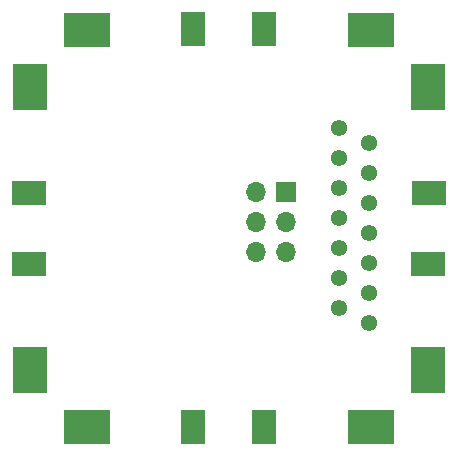
<source format=gbr>
%TF.GenerationSoftware,KiCad,Pcbnew,(5.1.10)-1*%
%TF.CreationDate,2022-01-02T17:44:00+01:00*%
%TF.ProjectId,3DESPWroverB,33444553-5057-4726-9f76-6572422e6b69,rev?*%
%TF.SameCoordinates,Original*%
%TF.FileFunction,Soldermask,Top*%
%TF.FilePolarity,Negative*%
%FSLAX46Y46*%
G04 Gerber Fmt 4.6, Leading zero omitted, Abs format (unit mm)*
G04 Created by KiCad (PCBNEW (5.1.10)-1) date 2022-01-02 17:44:00*
%MOMM*%
%LPD*%
G01*
G04 APERTURE LIST*
%ADD10C,1.381000*%
%ADD11R,4.000000X3.000000*%
%ADD12R,3.000000X4.000000*%
%ADD13R,3.000000X2.000000*%
%ADD14R,2.000000X3.000000*%
%ADD15R,1.700000X1.700000*%
%ADD16O,1.700000X1.700000*%
G04 APERTURE END LIST*
D10*
%TO.C,J1*%
X163525200Y-65506600D03*
X160985200Y-64236600D03*
X163525200Y-62966600D03*
X160985200Y-61696600D03*
X163525200Y-60426600D03*
X160985200Y-59156600D03*
X163525200Y-57886600D03*
X160985200Y-56616600D03*
X163525200Y-55346600D03*
X160985200Y-54076600D03*
X163525200Y-52806600D03*
X160985200Y-51536600D03*
X163525200Y-50266600D03*
X160985200Y-48996600D03*
%TD*%
D11*
%TO.C,J2*%
X163703000Y-74295000D03*
%TD*%
D12*
%TO.C,J3*%
X168529000Y-45466000D03*
%TD*%
D11*
%TO.C,J4*%
X139700000Y-40640000D03*
%TD*%
D12*
%TO.C,J5*%
X134874000Y-69469000D03*
%TD*%
%TO.C,J6*%
X168529000Y-69469000D03*
%TD*%
D11*
%TO.C,J7*%
X139700000Y-74295000D03*
%TD*%
%TO.C,J8*%
X163703000Y-40640000D03*
%TD*%
D12*
%TO.C,J9*%
X134874000Y-45466000D03*
%TD*%
D13*
%TO.C,J11*%
X168605200Y-54457600D03*
%TD*%
%TO.C,J12*%
X168579800Y-60452000D03*
%TD*%
D14*
%TO.C,J13*%
X148691600Y-40563800D03*
%TD*%
%TO.C,J14*%
X154686000Y-40563800D03*
%TD*%
%TO.C,J15*%
X154711400Y-74320400D03*
%TD*%
%TO.C,J16*%
X148666200Y-74320400D03*
%TD*%
D13*
%TO.C,J17*%
X134747000Y-60452000D03*
%TD*%
%TO.C,J18*%
X134747000Y-54483000D03*
%TD*%
D15*
%TO.C,J10*%
X156540200Y-54356000D03*
D16*
X154000200Y-54356000D03*
X156540200Y-56896000D03*
X154000200Y-56896000D03*
X156540200Y-59436000D03*
X154000200Y-59436000D03*
%TD*%
M02*

</source>
